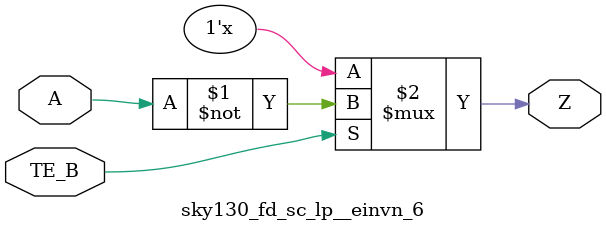
<source format=v>
module sky130_fd_sc_lp__einvn_6 (
    Z   ,
    A   ,
    TE_B
);
    output Z   ;
    input  A   ;
    input  TE_B;
    notif0 notif00 (Z     , A, TE_B        );
endmodule
</source>
